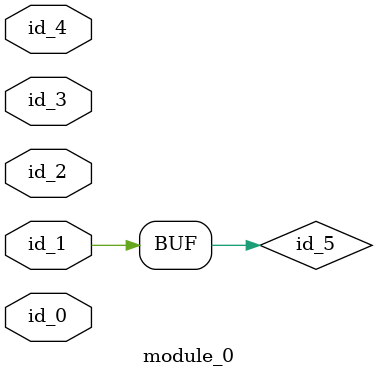
<source format=v>
module module_0 (
    input id_0,
    input id_1,
    input id_2,
    input id_3,
    input id_4
);
  assign id_5 = id_1 & id_1;
  assign id_5 = id_1;
  always @(1) begin
    if (id_1) id_5 <= 1'd0;
  end
endmodule

</source>
